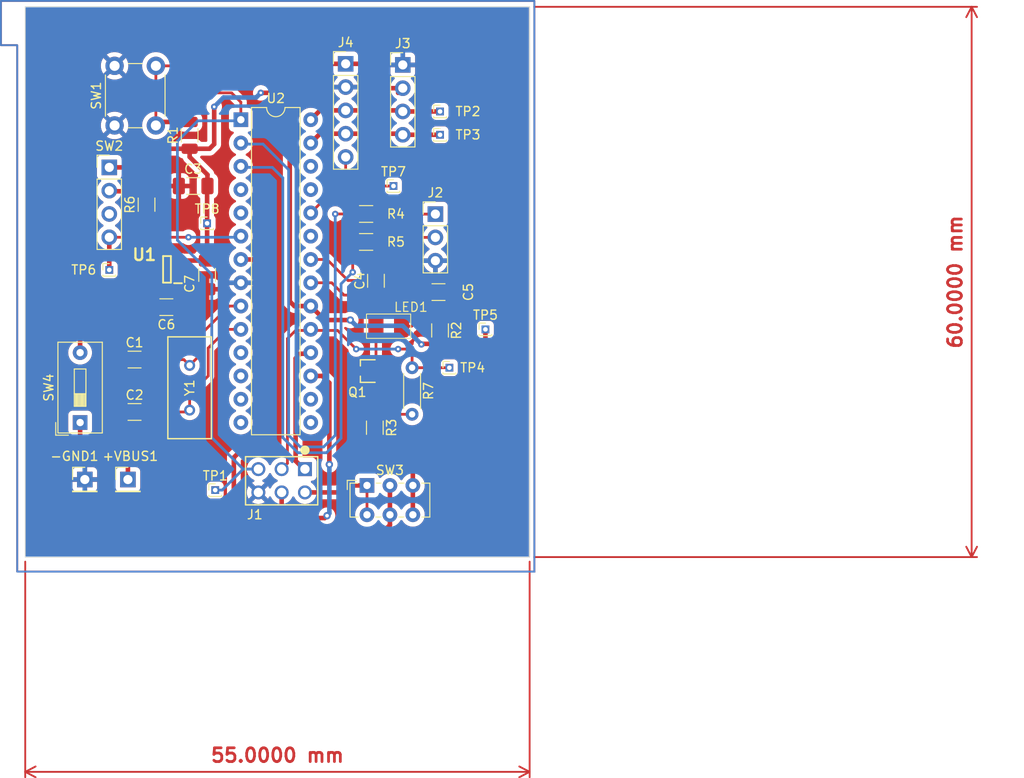
<source format=kicad_pcb>
(kicad_pcb (version 20221018) (generator pcbnew)
  (layers (0 "F.Cu" signal) (31 "B.Cu" signal) (34 "B.Paste" user) (35 "F.Paste" user) (36 "B.SilkS" user "B.Silkscreen") (37 "F.SilkS" user "F.Silkscreen") (38 "B.Mask" user) (39 "F.Mask" user) (44 "Edge.Cuts" user))
  (net 0 "")
  (net 1 "GND")
  (net 2 "+3.3V")
  (net 3 "Net-(U2-AREF)")
  (net 4 "Net-(J1-MISO)")
  (net 5 "+5V")
  (net 6 "Net-(J1-SCK)")
  (net 7 "Net-(J1-MOSI)")
  (net 8 "Net-(J1-~{RST})")
  (net 9 "Net-(C4-Pad2)")
  (net 10 "Net-(U2-(RXD)PD0)")
  (net 11 "Net-(J2-Pin_1)")
  (net 12 "Net-(U2-(TXD)PD1)")
  (net 13 "Net-(J2-Pin_2)")
  (net 14 "/LED_EN")
  (net 15 "Net-(SW2-A)")
  (net 17 "Net-(R6-Pad2)")
  (net 23 "Net-(Q1-G)")
  (net 24 "Net-(+VBUS1-Pin_1)")
  (net 26 "/SDA-")
  (net 27 "/SDA+")
  (net 28 "Net-(U2-XTAL+)")
  (net 29 "Net-(U2-XTAL-)")
  (net 30 "Net-(LED1-A)")
  (net 31 "Net-(LED1-K)")
  (net 32 "Net-(SW4A-B)")
  (net 33 "VCC")
  (footprint "Connector_PinHeader_1.00mm:PinHeader_1x01_P1.00mm_Vertical" (layer "F.Cu") (at 166.248 94.352)
    (fp_text reference "TP4" (at 2.54 0) (layer "F.SilkS"))
    (fp_text value "TestPoint")
    (pad "1" thru_hole rect (at 0 0) (size 0.85 0.85) (drill 0.5) (layers "*.Cu" "*.Mask") (net 6 "Net-(J1-SCK)"))
  )
  (footprint "Resistor_SMD:R_1206_3216Metric" (layer "F.Cu") (at 157.1695 77.588)
    (fp_text reference "R4" (at 3.2465 0) (layer "F.SilkS"))
    (fp_text value "1k")
    (pad "1" smd roundrect (at -1.4625 0) (size 1.125 1.75) (layers "F.Cu" "F.Paste" "F.Mask") (roundrect_rratio 0.222222) (net 10 "Net-(U2-(RXD)PD0)"))
    (pad "2" smd roundrect (at 1.4625 0) (size 1.125 1.75) (layers "F.Cu" "F.Paste" "F.Mask") (roundrect_rratio 0.222222) (net 11 "Net-(J2-Pin_1)"))
  )
  (footprint "DMN63D9LW:SOIC_D8LW-13_DIO" (layer "F.Cu") (at 157.3453 94.718001 90)
    (fp_text reference "Q1" (at -2.309999 -1.1353 unlocked) (layer "F.SilkS"))
    (fp_text value "Q_NMOS_GDS")
    (pad "1" smd rect (at -0.649999 0.9017 90) (size 0.4572 1.1176) (layers "F.Cu" "F.Paste" "F.Mask") (net 23 "Net-(Q1-G)"))
    (pad "2" smd rect (at 0.649999 0.9017 90) (size 0.4572 1.1176) (layers "F.Cu" "F.Paste" "F.Mask") (net 31 "Net-(LED1-K)"))
    (pad "3" smd rect (at 0 -0.9017 90) (size 0.4572 1.1176) (layers "F.Cu" "F.Paste" "F.Mask") (net 1 "GND"))
  )
  (footprint "Connector_PinHeader_1.00mm:PinHeader_1x01_P1.00mm_Vertical" (layer "F.Cu") (at 170.18 90.17)
    (fp_text reference "TP5" (at 0 -1.56) (layer "F.SilkS"))
    (fp_text value "TestPoint")
    (pad "1" thru_hole rect (at 0 0) (size 0.85 0.85) (drill 0.5) (layers "*.Cu" "*.Mask") (net 2 "+3.3V"))
  )
  (footprint "Connector_PinHeader_1.00mm:PinHeader_1x01_P1.00mm_Vertical" (layer "F.Cu") (at 129.164 83.684)
    (fp_text reference "TP6" (at -2.784 0) (layer "F.SilkS"))
    (fp_text value "TestPoint")
    (pad "1" thru_hole rect (at 0 0) (size 0.85 0.85) (drill 0.5) (layers "*.Cu" "*.Mask") (net 15 "Net-(SW2-A)"))
  )
  (footprint "Button_Switch_THT:SW_E-Switch_EG1271_SPDT_123" (layer "F.Cu") (at 157.266 107.188)
    (fp_text reference "SW3" (at 2.5 -1.65) (layer "F.SilkS"))
    (fp_text value "SW_SPDT")
    (pad "1" thru_hole rect (at 0 0) (size 1.6 1.6) (drill 0.8) (layers "*.Cu" "*.Mask") (net 5 "+5V"))
    (pad "1" thru_hole circle (at 0 3.2) (size 1.6 1.6) (drill 0.8) (layers "*.Cu" "*.Mask") (net 5 "+5V"))
    (pad "2" thru_hole circle (at 2.5 0) (size 1.6 1.6) (drill 0.8) (layers "*.Cu" "*.Mask") (net 33 "VCC"))
    (pad "2" thru_hole circle (at 2.5 3.2) (size 1.6 1.6) (drill 0.8) (layers "*.Cu" "*.Mask") (net 33 "VCC"))
    (pad "3" thru_hole circle (at 5 0) (size 1.6 1.6) (drill 0.8) (layers "*.Cu" "*.Mask") (net 2 "+3.3V"))
    (pad "3" thru_hole circle (at 5 3.2) (size 1.6 1.6) (drill 0.8) (layers "*.Cu" "*.Mask") (net 2 "+3.3V"))
  )
  (footprint "Connector_PinHeader_1.00mm:PinHeader_1x01_P1.00mm_Vertical" (layer "F.Cu") (at 165.232 68.952)
    (fp_text reference "TP3" (at 3.048 0) (layer "F.SilkS"))
    (fp_text value "TestPoint")
    (pad "1" thru_hole rect (at 0 0) (size 0.85 0.85) (drill 0.5) (layers "*.Cu" "*.Mask") (net 27 "/SDA+"))
  )
  (footprint "Resistor_THT:R_Axial_DIN0204_L3.6mm_D1.6mm_P5.08mm_Horizontal" (layer "F.Cu") (at 162.184 99.432 90)
    (fp_text reference "R7" (at 2.54 1.788 90) (layer "F.SilkS"))
    (fp_text value "0 Ohm ")
    (pad "1" thru_hole circle (at 0 0 90) (size 1.4 1.4) (drill 0.7) (layers "*.Cu" "*.Mask") (net 23 "Net-(Q1-G)"))
    (pad "2" thru_hole oval (at 5.08 0 90) (size 1.4 1.4) (drill 0.7) (layers "*.Cu" "*.Mask") (net 6 "Net-(J1-SCK)"))
  )
  (footprint "Connector_PinHeader_2.54mm:PinHeader_1x04_P2.54mm_Vertical" (layer "F.Cu") (at 161.168 61.332)
    (fp_text reference "J3" (at 0 -2.33) (layer "F.SilkS"))
    (fp_text value "Conn_01x04")
    (pad "1" thru_hole rect (at 0 0) (size 1.7 1.7) (drill 1) (layers "*.Cu" "*.Mask") (net 1 "GND"))
    (pad "2" thru_hole oval (at 0 2.54) (size 1.7 1.7) (drill 1) (layers "*.Cu" "*.Mask") (net 2 "+3.3V"))
    (pad "3" thru_hole oval (at 0 5.08) (size 1.7 1.7) (drill 1) (layers "*.Cu" "*.Mask") (net 26 "/SDA-"))
    (pad "4" thru_hole oval (at 0 7.62) (size 1.7 1.7) (drill 1) (layers "*.Cu" "*.Mask") (net 27 "/SDA+"))
  )
  (footprint "Connector_PinHeader_2.54mm:PinHeader_1x05_P2.54mm_Vertical" (layer "F.Cu") (at 154.94 61.214)
    (fp_text reference "J4" (at 0 -2.33) (layer "F.SilkS"))
    (fp_text value "Conn_01x05_Pin")
    (pad "1" thru_hole rect (at 0 0) (size 1.7 1.7) (drill 1) (layers "*.Cu" "*.Mask") (net 2 "+3.3V"))
    (pad "2" thru_hole oval (at 0 2.54) (size 1.7 1.7) (drill 1) (layers "*.Cu" "*.Mask") (net 1 "GND"))
    (pad "3" thru_hole oval (at 0 5.08) (size 1.7 1.7) (drill 1) (layers "*.Cu" "*.Mask") (net 26 "/SDA-"))
    (pad "4" thru_hole oval (at 0 7.62) (size 1.7 1.7) (drill 1) (layers "*.Cu" "*.Mask") (net 27 "/SDA+"))
    (pad "5" thru_hole oval (at 0 10.16) (size 1.7 1.7) (drill 1) (layers "*.Cu" "*.Mask") (net 14 "/LED_EN"))
  )
  (footprint "Capacitor_SMD:C_1206_3216Metric_Pad1.33x1.80mm_HandSolder" (layer "F.Cu") (at 135.387 87.748)
    (fp_text reference "C6" (at 0 1.905) (layer "F.SilkS"))
    (fp_text value "1uF")
    (pad "1" smd roundrect (at -1.5625 0) (size 1.325 1.8) (layers "F.Cu" "F.Paste" "F.Mask") (roundrect_rratio 0.188679) (net 32 "Net-(SW4A-B)"))
    (pad "2" smd roundrect (at 1.5625 0) (size 1.325 1.8) (layers "F.Cu" "F.Paste" "F.Mask") (roundrect_rratio 0.188679) (net 1 "GND"))
  )
  (footprint "Resistor_SMD:R_1206_3216Metric" (layer "F.Cu") (at 157.1695 80.636)
    (fp_text reference "R5" (at 3.2465 0) (layer "F.SilkS"))
    (fp_text value "1k")
    (pad "1" smd roundrect (at -1.4625 0) (size 1.125 1.75) (layers "F.Cu" "F.Paste" "F.Mask") (roundrect_rratio 0.222222) (net 12 "Net-(U2-(TXD)PD1)"))
    (pad "2" smd roundrect (at 1.4625 0) (size 1.125 1.75) (layers "F.Cu" "F.Paste" "F.Mask") (roundrect_rratio 0.222222) (net 13 "Net-(J2-Pin_2)"))
  )
  (footprint "Resistor_SMD:R_1206_3216Metric" (layer "F.Cu") (at 165.232 90.288 90)
    (fp_text reference "R2" (at 0 1.788 90) (layer "F.SilkS"))
    (fp_text value "1k")
    (pad "1" smd roundrect (at -1.4625 0 90) (size 1.125 1.75) (layers "F.Cu" "F.Paste" "F.Mask") (roundrect_rratio 0.222222) (net 2 "+3.3V"))
    (pad "2" smd roundrect (at 1.4625 0 90) (size 1.125 1.75) (layers "F.Cu" "F.Paste" "F.Mask") (roundrect_rratio 0.222222) (net 30 "Net-(LED1-A)"))
  )
  (footprint "Connector_PinHeader_1.00mm:PinHeader_1x01_P1.00mm_Vertical" (layer "F.Cu") (at 165.232 66.412)
    (fp_text reference "TP2" (at 3.048 0) (layer "F.SilkS"))
    (fp_text value "TestPoint")
    (pad "1" thru_hole rect (at 0 0) (size 0.85 0.85) (drill 0.5) (layers "*.Cu" "*.Mask") (net 26 "/SDA-"))
  )
  (footprint "LED_SMD:LTST-B680" (layer "F.Cu") (at 159.517 89.78)
    (fp_text reference "LED1" (at 2.535 -2.032 unlocked) (layer "F.SilkS") (effects (font (thickness 0.127))))
    (fp_text value "Blue LED (100mA Max)")
    (pad "1" smd roundrect (at -1.2806 0.0508) (size 1.65 2.41) (layers "F.Cu" "F.Paste" "F.Mask") (roundrect_rratio 0.217391) (net 31 "Net-(LED1-K)"))
    (pad "2" smd roundrect (at 1.5194 0.0508) (size 1.65 2.41) (layers "F.Cu" "F.Paste" "F.Mask") (roundrect_rratio 0.217391) (net 30 "Net-(LED1-A)"))
  )
  (footprint "footprints:ATS08A-E_CTS" (layer "F.Cu") (at 137.927 98.978001 90)
    (fp_text reference "Y1" (at 2.44 0 90 unlocked) (layer "F.SilkS"))
    (fp_text value "8 MHz ")
    (pad "1" thru_hole circle (at 0 0 90) (size 1.1938 1.1938) (drill 0.6858) (layers "*.Cu" "*.Mask") (net 29 "Net-(U2-XTAL-)"))
    (pad "2" thru_hole circle (at 4.880001 0 90) (size 1.1938 1.1938) (drill 0.6858) (layers "*.Cu" "*.Mask") (net 28 "Net-(U2-XTAL+)"))
  )
  (footprint "Connector_PinHeader_2.54mm:PinHeader_1x04_P2.54mm_Vertical" (layer "F.Cu") (at 129.164 72.508)
    (fp_text reference "SW2" (at 0 -2.33) (layer "F.SilkS"))
    (fp_text value "SW_MEC_5E")
    (pad "1" thru_hole rect (at 0 0) (size 1.7 1.7) (drill 1) (layers "*.Cu" "*.Mask") (net 2 "+3.3V"))
    (pad "2" thru_hole oval (at 0 2.54) (size 1.7 1.7) (drill 1) (layers "*.Cu" "*.Mask") (net 17 "Net-(R6-Pad2)"))
    (pad "3" thru_hole oval (at 0 5.08) (size 1.7 1.7) (drill 1) (layers "*.Cu" "*.Mask"))
    (pad "4" thru_hole oval (at 0 7.62) (size 1.7 1.7) (drill 1) (layers "*.Cu" "*.Mask") (net 15 "Net-(SW2-A)"))
  )
  (footprint "SamacSys_Parts:SOT96P240X120-3N" (layer "F.Cu") (at 135.457 83.628 180)
    (fp_text reference "U1" (at 2.473 1.595) (layer "F.SilkS") (effects (font (size 1.27 1.27) (thickness 0.254))))
    (fp_text value "~" hide)
    (pad "1" smd rect (at -1.2 -0.96 270) (size 0.6 0.85) (layers "F.Cu" "F.Paste" "F.Mask") (net 1 "GND"))
    (pad "2" smd rect (at -1.2 0.96 270) (size 0.6 0.85) (layers "F.Cu" "F.Paste" "F.Mask") (net 2 "+3.3V"))
    (pad "3" smd rect (at 1.2 0 270) (size 0.6 0.85) (layers "F.Cu" "F.Paste" "F.Mask") (net 32 "Net-(SW4A-B)"))
  )
  (footprint "Button_Switch_THT:SW_PUSH_6mm" (layer "F.Cu") (at 129.744 67.936 90)
    (fp_text reference "SW1" (at 3.25 -2 90) (layer "F.SilkS"))
    (fp_text value "SW_SPST")
    (pad "1" thru_hole circle (at 0 0 180) (size 2 2) (drill 1.1) (layers "*.Cu" "*.Mask") (net 1 "GND"))
    (pad "1" thru_hole circle (at 6.5 0 180) (size 2 2) (drill 1.1) (layers "*.Cu" "*.Mask") (net 1 "GND"))
    (pad "2" thru_hole circle (at 0 4.5 180) (size 2 2) (drill 1.1) (layers "*.Cu" "*.Mask") (net 8 "Net-(J1-~{RST})"))
    (pad "2" thru_hole circle (at 6.5 4.5 180) (size 2 2) (drill 1.1) (layers "*.Cu" "*.Mask") (net 8 "Net-(J1-~{RST})"))
  )
  (footprint "Connector_PinHeader_1.00mm:PinHeader_1x01_P1.00mm_Vertical" (layer "F.Cu") (at 139.832 78.604)
    (fp_text reference "TP8" (at 0 -1.56) (layer "F.SilkS"))
    (fp_text value "TestPoint")
    (pad "1" thru_hole rect (at 0 0) (size 0.85 0.85) (drill 0.5) (layers "*.Cu" "*.Mask") (net 2 "+3.3V"))
  )
  (footprint "Capacitor_SMD:C_1206_3216Metric_Pad1.33x1.80mm_HandSolder" (layer "F.Cu") (at 139.832 84.2305 -90)
    (fp_text reference "C7" (at 0.9775 1.905 90) (layer "F.SilkS"))
    (fp_text value "1uF")
    (pad "1" smd roundrect (at -1.5625 0 270) (size 1.325 1.8) (layers "F.Cu" "F.Paste" "F.Mask") (roundrect_rratio 0.188679) (net 2 "+3.3V"))
    (pad "2" smd roundrect (at 1.5625 0 270) (size 1.325 1.8) (layers "F.Cu" "F.Paste" "F.Mask") (roundrect_rratio 0.188679) (net 1 "GND"))
  )
  (footprint "Connector_PinHeader_2.54mm:PinHeader_1x01_P2.54mm_Vertical" (layer "F.Cu") (at 131.196 106.544)
    (fp_text reference "+VBUS1" (at 0.264 -2.54) (layer "F.SilkS"))
    (fp_text value "Conn_01x01_Pin")
    (pad "1" thru_hole rect (at 0 0) (size 1.7 1.7) (drill 1) (layers "*.Cu" "*.Mask") (net 24 "Net-(+VBUS1-Pin_1)"))
  )
  (footprint "Resistor_SMD:R_1206_3216Metric" (layer "F.Cu") (at 133.228 76.572 90)
    (fp_text reference "R6" (at 0 -1.82 90) (layer "F.SilkS"))
    (fp_text value "10k")
    (pad "1" smd roundrect (at -1.4625 0 90) (size 1.125 1.75) (layers "F.Cu" "F.Paste" "F.Mask") (roundrect_rratio 0.222222) (net 1 "GND"))
    (pad "2" smd roundrect (at 1.4625 0 90) (size 1.125 1.75) (layers "F.Cu" "F.Paste" "F.Mask") (roundrect_rratio 0.222222) (net 17 "Net-(R6-Pad2)"))
  )
  (footprint "Connector_PinHeader_1.00mm:PinHeader_1x01_P1.00mm_Vertical" (layer "F.Cu") (at 160.152 74.54)
    (fp_text reference "TP7" (at 0 -1.56) (layer "F.SilkS"))
    (fp_text value "TestPoint")
    (pad "1" thru_hole rect (at 0 0) (size 0.85 0.85) (drill 0.5) (layers "*.Cu" "*.Mask") (net 14 "/LED_EN"))
  )
  (footprint "Package_DIP:DIP-28_W7.62mm" (layer "F.Cu") (at 143.51 67.31)
    (fp_text reference "U2" (at 3.81 -2.33) (layer "F.SilkS"))
    (fp_text value "ATmega328P-P")
    (pad "1" thru_hole rect (at 0 0) (size 1.6 1.6) (drill 0.8) (layers "*.Cu" "*.Mask") (net 8 "Net-(J1-~{RST})"))
    (pad "2" thru_hole oval (at 0 2.54) (size 1.6 1.6) (drill 0.8) (layers "*.Cu" "*.Mask") (net 10 "Net-(U2-(RXD)PD0)"))
    (pad "3" thru_hole oval (at 0 5.08) (size 1.6 1.6) (drill 0.8) (layers "*.Cu" "*.Mask") (net 12 "Net-(U2-(TXD)PD1)"))
    (pad "4" thru_hole oval (at 0 7.62) (size 1.6 1.6) (drill 0.8) (layers "*.Cu" "*.Mask"))
    (pad "5" thru_hole oval (at 0 10.16) (size 1.6 1.6) (drill 0.8) (layers "*.Cu" "*.Mask"))
    (pad "6" thru_hole oval (at 0 12.7) (size 1.6 1.6) (drill 0.8) (layers "*.Cu" "*.Mask") (net 15 "Net-(SW2-A)"))
    (pad "7" thru_hole oval (at 0 15.24) (size 1.6 1.6) (drill 0.8) (layers "*.Cu" "*.Mask") (net 33 "VCC"))
    (pad "8" thru_hole oval (at 0 17.78) (size 1.6 1.6) (drill 0.8) (layers "*.Cu" "*.Mask") (net 1 "GND"))
    (pad "9" thru_hole oval (at 0 20.32) (size 1.6 1.6) (drill 0.8) (layers "*.Cu" "*.Mask") (net 28 "Net-(U2-XTAL+)"))
    (pad "10" thru_hole oval (at 0 22.86) (size 1.6 1.6) (drill 0.8) (layers "*.Cu" "*.Mask") (net 29 "Net-(U2-XTAL-)"))
    (pad "11" thru_hole oval (at 0 25.4) (size 1.6 1.6) (drill 0.8) (layers "*.Cu" "*.Mask"))
    (pad "12" thru_hole oval (at 0 27.94) (size 1.6 1.6) (drill 0.8) (layers "*.Cu" "*.Mask"))
    (pad "13" thru_hole oval (at 0 30.48) (size 1.6 1.6) (drill 0.8) (layers "*.Cu" "*.Mask"))
    (pad "14" thru_hole oval (at 0 33.02) (size 1.6 1.6) (drill 0.8) (layers "*.Cu" "*.Mask"))
    (pad "15" thru_hole oval (at 7.62 33.02) (size 1.6 1.6) (drill 0.8) (layers "*.Cu" "*.Mask"))
    (pad "16" thru_hole oval (at 7.62 30.48) (size 1.6 1.6) (drill 0.8) (layers "*.Cu" "*.Mask"))
    (pad "17" thru_hole oval (at 7.62 27.94) (size 1.6 1.6) (drill 0.8) (layers "*.Cu" "*.Mask") (net 7 "Net-(J1-MOSI)"))
    (pad "18" thru_hole oval (at 7.62 25.4) (size 1.6 1.6) (drill 0.8) (layers "*.Cu" "*.Mask") (net 4 "Net-(J1-MISO)"))
    (pad "19" thru_hole oval (at 7.62 22.86) (size 1.6 1.6) (drill 0.8) (layers "*.Cu" "*.Mask") (net 6 "Net-(J1-SCK)"))
    (pad "20" thru_hole oval (at 7.62 20.32) (size 1.6 1.6) (drill 0.8) (layers "*.Cu" "*.Mask") (net 2 "+3.3V"))
    (pad "21" thru_hole oval (at 7.62 17.78) (size 1.6 1.6) (drill 0.8) (layers "*.Cu" "*.Mask") (net 3 "Net-(U2-AREF)"))
    (pad "22" thru_hole oval (at 7.62 15.24) (size 1.6 1.6) (drill 0.8) (layers "*.Cu" "*.Mask") (net 9 "Net-(C4-Pad2)"))
    (pad "23" thru_hole oval (at 7.62 12.7) (size 1.6 1.6) (drill 0.8) (layers "*.Cu" "*.Mask"))
    (pad "24" thru_hole oval (at 7.62 10.16) (size 1.6 1.6) (drill 0.8) (layers "*.Cu" "*.Mask") (net 14 "/LED_EN"))
    (pad "25" thru_hole oval (at 7.62 7.62) (size 1.6 1.6) (drill 0.8) (layers "*.Cu" "*.Mask"))
    (pad "26" thru_hole oval (at 7.62 5.08) (size 1.6 1.6) (drill 0.8) (layers "*.Cu" "*.Mask"))
    (pad "27" thru_hole oval (at 7.62 2.54) (size 1.6 1.6) (drill 0.8) (layers "*.Cu" "*.Mask") (net 27 "/SDA+"))
    (pad "28" thru_hole oval (at 7.62 0) (size 1.6 1.6) (drill 0.8) (layers "*.Cu" "*.Mask") (net 26 "/SDA-"))
  )
  (footprint "Capacitor_SMD:C_1206_3216Metric_Pad1.33x1.80mm_HandSolder" (layer "F.Cu") (at 131.9195 99.178)
    (fp_text reference "C2" (at 0 -1.85) (layer "F.SilkS"))
    (fp_text value "30p")
    (pad "1" smd roundrect (at -1.5625 0) (size 1.325 1.8) (layers "F.Cu" "F.Paste" "F.Mask") (roundrect_rratio 0.188679) (net 1 "GND"))
    (pad "2" smd roundrect (at 1.5625 0) (size 1.325 1.8) (layers "F.Cu" "F.Paste" "F.Mask") (roundrect_rratio 0.188679) (net 29 "Net-(U2-XTAL-)"))
  )
  (footprint "Capacitor_SMD:C_1206_3216Metric_Pad1.33x1.80mm_HandSolder" (layer "F.Cu") (at 131.9195 93.463)
    (fp_text reference "C1" (at 0 -1.85) (layer "F.SilkS"))
    (fp_text value "30p")
    (pad "1" smd roundrect (at -1.5625 0) (size 1.325 1.8) (layers "F.Cu" "F.Paste" "F.Mask") (roundrect_rratio 0.188679) (net 1 "GND"))
    (pad "2" smd roundrect (at 1.5625 0) (size 1.325 1.8) (layers "F.Cu" "F.Paste" "F.Mask") (roundrect_rratio 0.188679) (net 28 "Net-(U2-XTAL+)"))
  )
  (footprint "PH2_06_UA:CONN_PH2-06-UA_ADM" (layer "F.Cu") (at 150.5 105.41 180)
    (fp_text reference "J1" (at 5.466 -4.962 unlocked) (layer "F.SilkS"))
    (fp_text value "ICSP CONN")
    (pad "1" thru_hole rect (at 0 0 180) (size 1.524 1.524) (drill 1.016) (layers "*.Cu" "*.Mask") (net 4 "Net-(J1-MISO)"))
    (pad "2" thru_hole circle (at 0 -2.54 180) (size 1.524 1.524) (drill 1.016) (layers "*.Cu" "*.Mask") (net 5 "+5V"))
    (pad "3" thru_hole circle (at 2.54 0 180) (size 1.524 1.524) (drill 1.016) (layers "*.Cu" "*.Mask") (net 6 "Net-(J1-SCK)"))
    (pad "4" thru_hole circle (at 2.54 -2.54 180) (size 1.524 1.524) (drill 1.016) (layers "*.Cu" "*.Mask") (net 7 "Net-(J1-MOSI)"))
    (pad "5" thru_hole circle (at 5.08 0 180) (size 1.524 1.524) (drill 1.016) (layers "*.Cu" "*.Mask") (net 8 "Net-(J1-~{RST})"))
    (pad "6" thru_hole circle (at 5.08 -2.54 180) (size 1.524 1.524) (drill 1.016) (layers "*.Cu" "*.Mask") (net 1 "GND"))
  )
  (footprint "Resistor_SMD:R_1206_3216Metric" (layer "F.Cu") (at 137.927 69.0135 90)
    (fp_text reference "R1" (at 0 -1.82 90) (layer "F.SilkS"))
    (fp_text value "10k")
    (pad "1" smd roundrect (at -1.4625 0 90) (size 1.125 1.75) (layers "F.Cu" "F.Paste" "F.Mask") (roundrect_rratio 0.222222) (net 2 "+3.3V"))
    (pad "2" smd roundrect (at 1.4625 0 90) (size 1.125 1.75) (layers "F.Cu" "F.Paste" "F.Mask") (roundrect_rratio 0.222222) (net 8 "Net-(J1-~{RST})"))
  )
  (footprint "Button_Switch_THT:SW_DIP_SPSTx01_Slide_9.78x4.72mm_W7.62mm_P2.54mm" (layer "F.Cu") (at 125.984 100.33 90)
    (fp_text reference "SW4" (at 3.81 -3.42 90) (layer "F.SilkS"))
    (fp_text value "SW_DPST_x2")
    (pad "1" thru_hole rect (at 0 0 90) (size 1.6 1.6) (drill 0.8) (layers "*.Cu" "*.Mask") (net 24 "Net-(+VBUS1-Pin_1)"))
    (pad "2" thru_hole oval (at 7.62 0 90) (size 1.6 1.6) (drill 0.8) (layers "*.Cu" "*.Mask") (net 32 "Net-(SW4A-B)"))
  )
  (footprint "Capacitor_SMD:C_1206_3216Metric_Pad1.33x1.80mm_HandSolder" (layer "F.Cu") (at 165.0615 86.106)
    (fp_text reference "C5" (at 3.2535 0 90) (layer "F.SilkS"))
    (fp_text value "100n")
    (pad "1" smd roundrect (at -1.5625 0) (size 1.325 1.8) (layers "F.Cu" "F.Paste" "F.Mask") (roundrect_rratio 0.188679) (net 1 "GND"))
    (pad "2" smd roundrect (at 1.5625 0) (size 1.325 1.8) (layers "F.Cu" "F.Paste" "F.Mask") (roundrect_rratio 0.188679) (net 2 "+3.3V"))
  )
  (footprint "Connector_PinHeader_2.54mm:PinHeader_1x03_P2.54mm_Vertical" (layer "F.Cu") (at 164.724 77.603)
    (fp_text reference "J2" (at 0 -2.33) (layer "F.SilkS"))
    (fp_text value "~")
    (pad "1" thru_hole rect (at 0 0) (size 1.7 1.7) (drill 1) (layers "*.Cu" "*.Mask") (net 11 "Net-(J2-Pin_1)"))
    (pad "2" thru_hole oval (at 0 2.54) (size 1.7 1.7) (drill 1) (layers "*.Cu" "*.Mask") (net 13 "Net-(J2-Pin_2)"))
    (pad "3" thru_hole oval (at 0 5.08) (size 1.7 1.7) (drill 1) (layers "*.Cu" "*.Mask") (net 1 "GND"))
  )
  (footprint "Connector_PinHeader_1.00mm:PinHeader_1x01_P1.00mm_Vertical" (layer "F.Cu") (at 140.716 107.696)
    (fp_text reference "TP1" (at 0 -1.56) (layer "F.SilkS"))
    (fp_text value "TestPoint")
    (pad "1" thru_hole rect (at 0 0) (size 0.85 0.85) (drill 0.5) (layers "*.Cu" "*.Mask") (net 8 "Net-(J1-~{RST})"))
  )
  (footprint "Capacitor_SMD:C_1206_3216Metric_Pad1.33x1.80mm_HandSolder" (layer "F.Cu") (at 138.308 74.54)
    (fp_text reference "C3" (at 0 -1.85) (layer "F.SilkS"))
    (fp_text value "100n")
    (pad "1" smd roundrect (at -1.5625 0) (size 1.325 1.8) (layers "F.Cu" "F.Paste" "F.Mask") (roundrect_rratio 0.188679) (net 1 "GND"))
    (pad "2" smd roundrect (at 1.5625 0) (size 1.325 1.8) (layers "F.Cu" "F.Paste" "F.Mask") (roundrect_rratio 0.188679) (net 2 "+3.3V"))
  )
  (footprint "Connector_PinHeader_2.54mm:PinHeader_1x01_P2.54mm_Vertical" (layer "F.Cu") (at 126.497 106.544)
    (fp_text reference "-GND1" (at -1.133 -2.54) (layer "F.SilkS"))
    (fp_text value "Conn_01x01_Pin")
    (pad "1" thru_hole rect (at 0 0) (size 1.7 1.7) (drill 1) (layers "*.Cu" "*.Mask") (net 1 "GND"))
  )
  (footprint "Capacitor_SMD:C_1206_3216Metric_Pad1.33x1.80mm_HandSolder" (layer "F.Cu") (at 158.242 84.8745 90)
    (fp_text reference "C4" (at 0 -1.768 90) (layer "F.SilkS"))
    (fp_text value "100n")
    (pad "1" smd roundrect (at -1.5625 0 90) (size 1.325 1.8) (layers "F.Cu" "F.Paste" "F.Mask") (roundrect_rratio 0.188679) (net 3 "Net-(U2-AREF)"))
    (pad "2" smd roundrect (at 1.5625 0 90) (size 1.325 1.8) (layers "F.Cu" "F.Paste" "F.Mask") (roundrect_rratio 0.188679) (net 9 "Net-(C4-Pad2)"))
  )
  (footprint "Resistor_SMD:R_1206_3216Metric" (layer "F.Cu") (at 158.12 100.8945 -90)
    (fp_text reference "R3" (at 0 -1.82 90) (layer "F.SilkS"))
    (fp_text value "10k")
    (pad "1" smd roundrect (at -1.4625 0 270) (size 1.125 1.75) (layers "F.Cu" "F.Paste" "F.Mask") (roundrect_rratio 0.222222) (net 23 "Net-(Q1-G)"))
    (pad "2" smd roundrect (at 1.4625 0 270) (size 1.125 1.75) (layers "F.Cu" "F.Paste" "F.Mask") (roundrect_rratio 0.222222) (net 1 "GND"))
  )
  (gr_poly (pts (xy 175.514 54.356) (xy 175.514 116.586) (xy 119.126 116.586) (xy 119.126 59.182) (xy 117.348 59.182) (xy 117.348 54.356) (xy 119.888 54.356)) (stroke (width 0.2)) (fill none) (layer "F.Cu"))
  (gr_poly (pts (xy 175.514 54.356) (xy 175.514 116.586) (xy 119.126 116.586) (xy 119.126 59.182) (xy 117.348 59.182) (xy 117.348 54.356) (xy 119.888 54.356)) (stroke (width 0.2)) (fill none) (layer "B.Cu"))
  (gr_rect (start 120 55) (end 175 115) (stroke (width 0.1)) (fill none) (layer "Edge.Cuts"))
  (dimension (type aligned) (layer "F.Cu") (pts (xy 175 55) (xy 175 115)) (height -48.1964) (gr_text "60.0000 mm" (at 221.3964 85 90) (layer "F.Cu") (effects (font (size 1.5 1.5) (thickness 0.3)))) (format (prefix "") (suffix "") (units 3) (units_format 1) (precision 4)) (style (thickness 0.2) (arrow_length 1.27) (text_position_mode 0) (extension_height 0.58642) (extension_offset 0.5) keep_text_aligned))
  (dimension (type aligned) (layer "F.Cu") (pts (xy 120 115) (xy 175 115)) (height 23.4188) (gr_text "55.0000 mm" (at 147.5 136.6188) (layer "F.Cu") (effects (font (size 1.5 1.5) (thickness 0.3)))) (format (prefix "") (suffix "") (units 3) (units_format 1) (precision 4)) (style (thickness 0.2) (arrow_length 1.27) (text_position_mode 0) (extension_height 0.58642) (extension_offset 0.5) keep_text_aligned))
  (segment (start 166.624 86.36) (end 168.148 87.884) (width 0.5) (layer "F.Cu") (net 2))
  (segment (start 140.604 69.968) (end 140.096 70.476) (width 0.5) (layer "F.Cu") (net 2))
  (segment (start 166.624 86.106) (end 166.624 86.36) (width 0.5) (layer "F.Cu") (net 2))
  (segment (start 165.232 91.7505) (end 163.2615 91.7505) (width 0.5) (layer "F.Cu") (net 2))
  (segment (start 148.844 64.38) (end 146.812 64.38) (width 0.5) (layer "F.Cu") (net 2))
  (segment (start 161.168 63.872) (end 160.66 64.38) (width 0.5) (layer "F.Cu") (net 2))
  (segment (start 159.63 63.872) (end 161.168 63.872) (width 0.5) (layer "F.Cu") (net 2))
  (segment (start 165.2935 91.812) (end 165.232 91.7505) (width 0.5) (layer "F.Cu") (net 2))
  (segment (start 162.266 104.688) (end 168.91 98.044) (width 0.5) (layer "F.Cu") (net 2))
  (segment (start 145.684 64.38) (end 146.812 64.38) (width 0.5) (layer "F.Cu") (net 2))
  (segment (start 146.812 64.38) (end 149.488 64.38) (width 0.5) (layer "F.Cu") (net 2))
  (segment (start 167.25 91.812) (end 165.2935 91.812) (width 0.5) (layer "F.Cu") (net 2))
  (segment (start 140.604 65.904) (end 140.604 69.968) (width 0.5) (layer "F.Cu") (net 2))
  (segment (start 170.18 92.202) (end 170.18 90.17) (width 0.5) (layer "F.Cu") (net 2))
  (segment (start 149.352 87.63) (end 148.844 87.122) (width 0.5) (layer "F.Cu") (net 2))
  (segment (start 139.832 75.048) (end 139.8705 75.0095) (width 0.5) (layer "F.Cu") (net 2))
  (segment (start 139.832 82.668) (end 139.832 78.604) (width 0.5) (layer "F.Cu") (net 2))
  (segment (start 139.8705 73.3085) (end 139.8705 74.54) (width 0.5) (layer "F.Cu") (net 2))
  (segment (start 129.164 72.508) (end 132.72 72.508) (width 0.5) (layer "F.Cu") (net 2))
  (segment (start 168.91 93.472) (end 167.894 92.456) (width 0.5) (layer "F.Cu") (net 2))
  (segment (start 156.972 61.214) (end 159.63 63.872) (width 0.5) (layer "F.Cu") (net 2))
  (segment (start 154.94 61.214) (end 156.972 61.214) (width 0.5) (layer "F.Cu") (net 2))
  (segment (start 149.488 64.38) (end 152.654 61.214) (width 0.5) (layer "F.Cu") (net 2))
  (segment (start 168.91 93.472) (end 170.18 92.202) (width 0.5) (layer "F.Cu") (net 2))
  (segment (start 139.832 78.604) (end 139.832 75.048) (width 0.5) (layer "F.Cu") (net 2))
  (segment (start 168.148 87.884) (end 168.148 90.914) (width 0.5) (layer "F.Cu") (net 2))
  (segment (start 162.266 107.188) (end 162.266 104.688) (width 0.5) (layer "F.Cu") (net 2))
  (segment (start 132.72 72.508) (end 134.752 70.476) (width 0.5) (layer "F.Cu") (net 2))
  (segment (start 152.654 89.154) (end 151.13 87.63) (width 0.5) (layer "F.Cu") (net 2))
  (segment (start 134.752 70.476) (end 137.927 70.476) (width 0.5) (layer "F.Cu") (net 2))
  (segment (start 168.148 90.914) (end 167.25 91.812) (width 0.5) (layer "F.Cu") (net 2))
  (segment (start 137.927 70.476) (end 137.927 71.365) (width 0.5) (layer "F.Cu") (net 2))
  (segment (start 155.448 89.154) (end 152.654 89.154) (width 0.5) (layer "F.Cu") (net 2))
  (segment (start 163.2615 91.7505) (end 163.2 91.812) (width 0.5) (layer "F.Cu") (net 2))
  (segment (start 139.832 82.668) (end 136.657 82.668) (width 0.5) (layer "F.Cu") (net 2))
  (segment (start 137.927 71.365) (end 139.8705 73.3085) (width 0.5) (layer "F.Cu") (net 2))
  (segment (start 152.654 61.214) (end 154.94 61.214) (width 0.5) (layer "F.Cu") (net 2))
  (segment (start 151.13 87.63) (end 149.352 87.63) (width 0.5) (layer "F.Cu") (net 2))
  (segment (start 168.91 98.044) (end 168.91 93.472) (width 0.5) (layer "F.Cu") (net 2))
  (segment (start 140.096 70.476) (end 137.927 70.476) (width 0.5) (layer "F.Cu") (net 2))
  (segment (start 148.844 87.122) (end 148.844 64.38) (width 0.5) (layer "F.Cu") (net 2))
  (segment (start 162.266 107.188) (end 162.266 110.388) (width 0.5) (layer "F.Cu") (net 2))
  (segment (start 139.8705 75.0095) (end 139.8705 74.54) (width 0.5) (layer "F.Cu") (net 2))
  (segment (start 167.894 92.456) (end 167.25 91.812) (width 0.5) (layer "F.Cu") (net 2))
  (via (at 155.448 89.154) (size 0.8) (drill 0.4) (layers "F.Cu" "B.Cu") (net 2))
  (via (at 163.2 91.812) (size 0.7) (drill 0.3) (layers "F.Cu" "B.Cu") (net 2))
  (via (at 145.684 64.38) (size 0.7) (drill 0.3) (layers "F.Cu" "B.Cu") (net 2))
  (via (at 140.604 65.904) (size 0.7) (drill 0.3) (layers "F.Cu" "B.Cu") (net 2))
  (segment (start 155.462 89.154) (end 155.448 89.154) (width 0.5) (layer "B.Cu") (net 2))
  (segment (start 156.088 89.78) (end 155.58 89.272) (width 0.5) (layer "B.Cu") (net 2))
  (segment (start 145.684 64.38) (end 145.176 64.888) (width 0.5) (layer "B.Cu") (net 2))
  (segment (start 155.58 89.272) (end 155.462 89.154) (width 0.5) (layer "B.Cu") (net 2))
  (segment (start 141.62 64.888) (end 140.604 65.904) (width 0.5) (layer "B.Cu") (net 2))
  (segment (start 145.176 64.888) (end 141.62 64.888) (width 0.5) (layer "B.Cu") (net 2))
  (segment (start 163.2 91.812) (end 161.168 89.78) (width 0.5) (layer "B.Cu") (net 2))
  (segment (start 161.168 89.78) (end 156.088 89.78) (width 0.5) (layer "B.Cu") (net 2))
  (segment (start 153.416 85.09) (end 151.13 85.09) (width 0.3) (layer "F.Cu") (net 3))
  (segment (start 154.763 86.437) (end 153.416 85.09) (width 0.3) (layer "F.Cu") (net 3))
  (segment (start 158.242 86.437) (end 154.763 86.437) (width 0.3) (layer "F.Cu") (net 3))
  (segment (start 149.484 93.336) (end 149.992 92.828) (width 0.5) (layer "F.Cu") (net 4))
  (segment (start 149.484 104.512) (end 149.484 93.336) (width 0.5) (layer "F.Cu") (net 4))
  (segment (start 150.5 105.41) (end 150.382 105.41) (width 0.5) (layer "F.Cu") (net 4))
  (segment (start 149.992 92.828) (end 151.272 92.828) (width 0.5) (layer "F.Cu") (net 4))
  (segment (start 150.382 105.41) (end 149.484 104.512) (width 0.5) (layer "F.Cu") (net 4))
  (segment (start 157.266 107.188) (end 157.266 110.388) (width 0.3) (layer "F.Cu") (net 5))
  (segment (start 150.5 107.95) (end 154.178 107.95) (width 0.5) (layer "F.Cu") (net 5))
  (segment (start 154.178 107.95) (end 154.94 107.188) (width 0.5) (layer "F.Cu") (net 5))
  (segment (start 154.94 107.188) (end 157.266 107.188) (width 0.5) (layer "F.Cu") (net 5))
  (segment (start 162.184 94.352) (end 166.248 94.352) (width 0.3) (layer "F.Cu") (net 6))
  (segment (start 154.056 90.288) (end 156.088 92.32) (width 0.3) (layer "F.Cu") (net 6))
  (segment (start 148.59 104.78) (end 148.59 91.182) (width 0.3) (layer "F.Cu") (net 6))
  (segment (start 148.59 91.182) (end 149.484 90.288) (width 0.3) (layer "F.Cu") (net 6))
  (segment (start 147.96 105.41) (end 148.59 104.78) (width 0.3) (layer "F.Cu") (net 6))
  (segment (start 162.184 94.352) (end 162.184 92.828) (width 0.3) (layer "F.Cu") (net 6))
  (segment (start 161.676 92.32) (end 160.66 92.32) (width 0.3) (layer "F.Cu") (net 6))
  (segment (start 149.484 90.288) (end 154.056 90.288) (width 0.3) (layer "F.Cu") (net 6))
  (segment (start 162.184 92.828) (end 161.676 92.32) (width 0.3) (layer "F.Cu") (net 6))
  (via (at 156.088 92.32) (size 0.7) (drill 0.3) (layers "F.Cu" "B.Cu") (net 6))
  (via (at 160.66 92.32) (size 0.7) (drill 0.3) (layers "F.Cu" "B.Cu") (net 6))
  (segment (start 160.66 92.32) (end 156.088 92.32) (width 0.3) (layer "B.Cu") (net 6))
  (segment (start 152.654 110.744) (end 152.908 110.49) (width 0.5) (layer "F.Cu") (net 7))
  (segment (start 147.96 107.95) (end 147.96 109.86) (width 0.5) (layer "F.Cu") (net 7))
  (segment (start 153.162 104.902) (end 153.162 96.012) (width 0.5) (layer "F.Cu") (net 7))
  (segment (start 147.96 109.86) (end 148.844 110.744) (width 0.5) (layer "F.Cu") (net 7))
  (segment (start 148.844 110.744) (end 152.654 110.744) (width 0.5) (layer "F.Cu") (net 7))
  (segment (start 153.162 96.012) (end 152.4 95.25) (width 0.5) (layer "F.Cu") (net 7))
  (segment (start 152.4 95.25) (end 151.13 95.25) (width 0.5) (layer "F.Cu") (net 7))
  (via (at 153.162 104.902) (size 0.8) (drill 0.4) (layers "F.Cu" "B.Cu") (net 7))
  (via (at 152.908 110.49) (size 0.8) (drill 0.4) (layers "F.Cu" "B.Cu") (net 7))
  (segment (start 153.162 110.236) (end 153.162 104.902) (width 0.5) (layer "B.Cu") (net 7))
  (segment (start 152.908 110.49) (end 153.162 110.236) (width 0.5) (layer "B.Cu") (net 7))
  (segment (start 134.629 67.551) (end 134.244 67.936) (width 0.5) (layer "F.Cu") (net 8))
  (segment (start 139.324 64.38) (end 142.494 64.38) (width 0.3) (layer "F.Cu") (net 8))
  (segment (start 134.244 61.436) (end 136.38 61.436) (width 0.3) (layer "F.Cu") (net 8))
  (segment (start 137.927 67.551) (end 134.629 67.551) (width 0.5) (layer "F.Cu") (net 8))
  (segment (start 142.494 64.38) (end 143.51 65.396) (width 0.3) (layer "F.Cu") (net 8))
  (segment (start 134.244 61.436) (end 134.244 67.936) (width 0.3) (layer "F.Cu") (net 8))
  (segment (start 136.38 61.436) (end 139.324 64.38) (width 0.3) (layer "F.Cu") (net 8))
  (segment (start 143.51 65.396) (end 143.51 67.31) (width 0.3) (layer "F.Cu") (net 8))
  (segment (start 143.652 67.428) (end 138.816 67.428) (width 0.3) (layer "B.Cu") (net 8))
  (segment (start 140.34 101.979) (end 143.771 105.41) (width 0.3) (layer "B.Cu") (net 8))
  (segment (start 138.816 67.428) (end 136.592 69.652) (width 0.3) (layer "B.Cu") (net 8))
  (segment (start 136.592 80.444) (end 140.34 84.192) (width 0.3) (layer "B.Cu") (net 8))
  (segment (start 140.34 84.192) (end 140.34 101.979) (width 0.3) (layer "B.Cu") (net 8))
  (segment (start 140.716 107.696) (end 141.478 107.696) (width 0.3) (layer "B.Cu") (net 8))
  (segment (start 141.478 107.696) (end 143.764 105.41) (width 0.3) (layer "B.Cu") (net 8))
  (segment (start 143.764 105.41) (end 145.42 105.41) (width 0.3) (layer "B.Cu") (net 8))
  (segment (start 136.592 69.652) (end 136.592 80.444) (width 0.3) (layer "B.Cu") (net 8))
  (segment (start 143.771 105.41) (end 145.42 105.41) (width 0.3) (layer "B.Cu") (net 8))
  (segment (start 155.194 84.836) (end 152.908 82.55) (width 0.3) (layer "F.Cu") (net 9))
  (segment (start 158.242 83.312) (end 157.988 83.312) (width 0.3) (layer "F.Cu") (net 9))
  (segment (start 157.988 83.312) (end 156.464 84.836) (width 0.3) (layer "F.Cu") (net 9))
  (segment (start 152.908 82.55) (end 151.13 82.55) (width 0.3) (layer "F.Cu") (net 9))
  (segment (start 156.464 84.836) (end 155.194 84.836) (width 0.3) (layer "F.Cu") (net 9))
  (segment (start 155.707 77.588) (end 153.802 77.588) (width 0.3) (layer "F.Cu") (net 10))
  (via (at 153.802 77.588) (size 0.7) (drill 0.3) (layers "F.Cu" "B.Cu") (net 10))
  (segment (start 153.802 101.718) (end 152.532 102.988) (width 0.3) (layer "B.Cu") (net 10))
  (segment (start 152.532 102.988) (end 149.992 102.988) (width 0.3) (layer "B.Cu") (net 10))
  (segment (start 148.722 101.718) (end 148.722 72.762) (width 0.3) (layer "B.Cu") (net 10))
  (segment (start 153.802 77.588) (end 153.802 101.718) (width 0.3) (layer "B.Cu") (net 10))
  (segment (start 149.992 102.988) (end 148.722 101.718) (width 0.3) (layer "B.Cu") (net 10))
  (segment (start 148.722 72.762) (end 145.928 69.968) (width 0.3) (layer "B.Cu") (net 10))
  (segment (start 145.928 69.968) (end 143.652 69.968) (width 0.3) (layer "B.Cu") (net 10))
  (segment (start 158.647 77.603) (end 158.632 77.588) (width 0.3) (layer "F.Cu") (net 11))
  (segment (start 164.724 77.603) (end 158.647 77.603) (width 0.3) (layer "F.Cu") (net 11))
  (segment (start 155.707 80.636) (end 155.707 83.938) (width 0.3) (layer "F.Cu") (net 12))
  (via (at 155.707 83.938) (size 0.7) (drill 0.3) (layers "F.Cu" "B.Cu") (net 12))
  (segment (start 154.437 102.0355) (end 152.8495 103.623) (width 0.3) (layer "B.Cu") (net 12))
  (segment (start 154.437 85.208) (end 154.437 102.0355) (width 0.3) (layer "B.Cu") (net 12))
  (segment (start 146.944 72.508) (end 143.652 72.508) (width 0.3) (layer "B.Cu") (net 12))
  (segment (start 152.8495 103.623) (end 149.738 103.623) (width 0.3) (layer "B.Cu") (net 12))
  (segment (start 148.087 73.651) (end 146.944 72.508) (width 0.3) (layer "B.Cu") (net 12))
  (segment (start 149.738 103.623) (end 148.087 101.972) (width 0.3) (layer "B.Cu") (net 12))
  (segment (start 148.087 101.972) (end 148.087 73.651) (width 0.3) (layer "B.Cu") (net 12))
  (segment (start 155.707 83.938) (end 154.437 85.208) (width 0.3) (layer "B.Cu") (net 12))
  (segment (start 164.724 80.143) (end 161.676 80.143) (width 0.3) (layer "F.Cu") (net 13))
  (segment (start 161.183 80.636) (end 158.632 80.636) (width 0.3) (layer "F.Cu") (net 13))
  (segment (start 161.676 80.143) (end 161.183 80.636) (width 0.3) (layer "F.Cu") (net 13))
  (segment (start 154.94 73.152) (end 155.575 73.787) (width 0.3) (layer "F.Cu") (net 14))
  (segment (start 155.575 73.787) (end 156.328 74.54) (width 0.3) (layer "F.Cu") (net 14))
  (segment (start 151.13 77.47) (end 152.908 75.692) (width 0.3) (layer "F.Cu") (net 14))
  (segment (start 154.94 71.374) (end 154.94 73.152) (width 0.3) (layer "F.Cu") (net 14))
  (segment (start 153.67 75.692) (end 155.575 73.787) (width 0.3) (layer "F.Cu") (net 14))
  (segment (start 152.908 75.692) (end 153.67 75.692) (width 0.3) (layer "F.Cu") (net 14))
  (segment (start 156.328 74.54) (end 160.152 74.54) (width 0.3) (layer "F.Cu") (net 14))
  (segment (start 134.172 80.128) (end 129.164 80.128) (width 0.3) (layer "F.Cu") (net 15))
  (segment (start 137.8 80.128) (end 134.172 80.128) (width 0.3) (layer "F.Cu") (net 15))
  (segment (start 129.164 83.684) (end 129.164 80.128) (width 0.5) (layer "F.Cu") (net 15))
  (via (at 137.8 80.128) (size 0.7) (drill 0.3) (layers "F.Cu" "B.Cu") (net 15))
  (segment (start 137.8 80.128) (end 143.652 80.128) (width 0.3) (layer "B.Cu") (net 15))
  (segment (start 129.2255 75.1095) (end 129.164 75.048) (width 0.5) (layer "F.Cu") (net 17))
  (segment (start 133.228 75.1095) (end 129.2255 75.1095) (width 0.5) (layer "F.Cu") (net 17))
  (segment (start 158.247 99.305) (end 158.12 99.432) (width 0.3) (layer "F.Cu") (net 23))
  (segment (start 158.247 95.368) (end 158.247 99.305) (width 0.3) (layer "F.Cu") (net 23))
  (segment (start 158.12 99.432) (end 162.184 99.432) (width 0.3) (layer "F.Cu") (net 23))
  (segment (start 127.254 103.378) (end 130.556 103.378) (width 0.5) (layer "F.Cu") (net 24))
  (segment (start 125.984 100.33) (end 125.984 102.108) (width 0.5) (layer "F.Cu") (net 24))
  (segment (start 131.196 104.018) (end 131.196 106.544) (width 0.5) (layer "F.Cu") (net 24))
  (segment (start 130.556 103.378) (end 131.196 104.018) (width 0.5) (layer "F.Cu") (net 24))
  (segment (start 125.984 102.108) (end 127.254 103.378) (width 0.5) (layer "F.Cu") (net 24))
  (segment (start 154.94 66.294) (end 161.05 66.294) (width 0.5) (layer "F.Cu") (net 26))
  (segment (start 152.146 66.294) (end 154.94 66.294) (width 0.5) (layer "F.Cu") (net 26))
  (segment (start 151.13 67.31) (end 152.146 66.294) (width 0.5) (layer "F.Cu") (net 26))
  (segment (start 161.168 66.412) (end 165.232 66.412) (width 0.5) (layer "F.Cu") (net 26))
  (segment (start 161.05 66.294) (end 161.168 66.412) (width 0.5) (layer "F.Cu") (net 26))
  (segment (start 151.13 69.85) (end 152.146 68.834) (width 0.5) (layer "F.Cu") (net 27))
  (segment (start 161.05 68.834) (end 161.168 68.952) (width 0.5) (layer "F.Cu") (net 27))
  (segment (start 152.146 68.834) (end 154.94 68.834) (width 0.5) (layer "F.Cu") (net 27))
  (segment (start 154.94 68.834) (end 161.05 68.834) (width 0.5) (layer "F.Cu") (net 27))
  (segment (start 161.168 68.952) (end 165.232 68.952) (width 0.5) (layer "F.Cu") (net 27))
  (segment (start 133.491 93.472) (end 137.301 93.472) (width 0.3) (layer "F.Cu") (net 28))
  (segment (start 138.938 90.932) (end 142.24 87.63) (width 0.3) (layer "F.Cu") (net 28))
  (segment (start 137.301 93.472) (end 137.927 94.098) (width 0.3) (layer "F.Cu") (net 28))
  (segment (start 138.938 93.087) (end 138.938 90.932) (width 0.3) (layer "F.Cu") (net 28))
  (segment (start 137.927 94.098) (end 138.938 93.087) (width 0.3) (layer "F.Cu") (net 28))
  (segment (start 142.24 87.63) (end 143.51 87.63) (width 0.3) (layer "F.Cu") (net 28))
  (segment (start 133.482 93.463) (end 133.491 93.472) (width 0.3) (layer "F.Cu") (net 28))
  (segment (start 139.954 95.25) (end 139.954 92.202) (width 0.3) (layer "F.Cu") (net 29))
  (segment (start 137.927 97.277) (end 139.954 95.25) (width 0.3) (layer "F.Cu") (net 29))
  (segment (start 137.927 98.978001) (end 137.927 97.277) (width 0.3) (layer "F.Cu") (net 29))
  (segment (start 141.986 90.17) (end 143.51 90.17) (width 0.3) (layer "F.Cu") (net 29))
  (segment (start 133.482 99.178) (end 137.727001 99.178) (width 0.3) (layer "F.Cu") (net 29))
  (segment (start 139.954 92.202) (end 141.986 90.17) (width 0.3) (layer "F.Cu") (net 29))
  (segment (start 137.727001 99.178) (end 137.927 98.978001) (width 0.3) (layer "F.Cu") (net 29))
  (segment (start 163.1385 88.8255) (end 165.232 88.8255) (width 0.3) (layer "F.Cu") (net 30))
  (segment (start 162.1332 89.8308) (end 163.1385 88.8255) (width 0.3) (layer "F.Cu") (net 30))
  (segment (start 161.0364 89.8308) (end 162.1332 89.8308) (width 0.3) (layer "F.Cu") (net 30))
  (segment (start 158.247 89.8414) (end 158.2364 89.8308) (width 0.3) (layer "F.Cu") (net 31))
  (segment (start 158.247 94.068002) (end 158.247 89.8414) (width 0.3) (layer "F.Cu") (net 31))
  (segment (start 125.984 92.71) (end 125.984 89.916) (width 0.5) (layer "F.Cu") (net 32))
  (segment (start 133.8245 87.748) (end 133.8245 85.6315) (width 0.5) (layer "F.Cu") (net 32))
  (segment (start 125.984 89.916) (end 128.27 87.63) (width 0.5) (layer "F.Cu") (net 32))
  (segment (start 134.257 85.199) (end 134.257 83.628) (width 0.5) (layer "F.Cu") (net 32))
  (segment (start 128.27 87.63) (end 133.7065 87.63) (width 0.5) (layer "F.Cu") (net 32))
  (segment (start 133.7065 87.63) (end 133.8245 87.748) (width 0.5) (layer "F.Cu") (net 32))
  (segment (start 133.8245 85.6315) (end 134.257 85.199) (width 0.5) (layer "F.Cu") (net 32))
  (segment (start 144.78 82.55) (end 146.558 84.328) (width 0.5) (layer "F.Cu") (net 33))
  (segment (start 145.034 112.522) (end 158.75 112.522) (width 0.5) (layer "F.Cu") (net 33))
  (segment (start 159.766 111.506) (end 159.766 110.388) (width 0.5) (layer "F.Cu") (net 33))
  (segment (start 143.51 103.378) (end 142.748 104.14) (width 0.5) (layer "F.Cu") (net 33))
  (segment (start 142.748 104.14) (end 142.748 110.236) (width 0.5) (layer "F.Cu") (net 33))
  (segment (start 146.558 84.328) (end 146.558 102.87) (width 0.5) (layer "F.Cu") (net 33))
  (segment (start 143.51 82.55) (end 144.78 82.55) (width 0.5) (layer "F.Cu") (net 33))
  (segment (start 146.558 102.87) (end 146.05 103.378) (width 0.5) (layer "F.Cu") (net 33))
  (segment (start 158.75 112.522) (end 159.766 111.506) (width 0.5) (layer "F.Cu") (net 33))
  (segment (start 159.766 107.188) (end 159.766 110.388) (width 0.5) (layer "F.Cu") (net 33))
  (segment (start 142.748 110.236) (end 145.034 112.522) (width 0.5) (layer "F.Cu") (net 33))
  (segment (start 146.05 103.378) (end 143.51 103.378) (width 0.5) (layer "F.Cu") (net 33))
  (zone (net 1) (net_name "GND") (layer "F.Cu") (connect_pads (clearance 0.5)) (min_thickness 0.25) (fill yes (thermal_gap 0.5) (thermal_bridge_width 0.5))
    (polygon (pts (xy 117.348 54.864) (xy 117.348 59.182) (xy 119.888 59.182) (xy 119.888 114.864) (xy 174.752 114.864) (xy 174.888 54.864)))
  )
  (zone (net 1) (net_name "GND") (layer "B.Cu") (priority 1) (connect_pads (clearance 0.5)) (min_thickness 0.25) (fill yes (thermal_gap 0.5) (thermal_bridge_width 0.5))
    (polygon (pts (xy 117.348 54.356) (xy 117.348 59.182) (xy 119.126 59.182) (xy 119.126 116.586) (xy 175.514 116.586) (xy 175.514 54.356)))
  )
)
</source>
